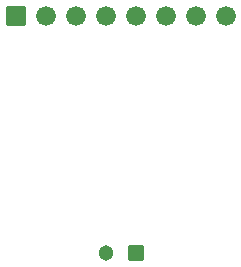
<source format=gbs>
G04 Layer: BottomSolderMaskLayer*
G04 EasyEDA v6.5.23, 2024-02-16 22:38:03*
G04 01767c8133624752a37afa6e83b9fffe,1f8200004d6a4d288ef555d4fcc488ac,10*
G04 Gerber Generator version 0.2*
G04 Scale: 100 percent, Rotated: No, Reflected: No *
G04 Dimensions in millimeters *
G04 leading zeros omitted , absolute positions ,4 integer and 5 decimal *
%FSLAX45Y45*%
%MOMM*%

%AMMACRO1*1,1,$1,$2,$3*1,1,$1,$4,$5*1,1,$1,0-$2,0-$3*1,1,$1,0-$4,0-$5*20,1,$1,$2,$3,$4,$5,0*20,1,$1,$4,$5,0-$2,0-$3,0*20,1,$1,0-$2,0-$3,0-$4,0-$5,0*20,1,$1,0-$4,0-$5,$2,$3,0*4,1,4,$2,$3,$4,$5,0-$2,0-$3,0-$4,0-$5,$2,$3,0*%
%ADD10MACRO1,0.1016X0.6X-0.6X-0.6X-0.6*%
%ADD11C,1.3016*%
%ADD12MACRO1,0.1016X-0.7874X0.7874X0.7874X0.7874*%
%ADD13C,1.6764*%

%LPD*%
D10*
G01*
X127000Y0D03*
D11*
G01*
X-127000Y0D03*
D12*
G01*
X-889000Y2006600D03*
D13*
G01*
X-635000Y2006600D03*
G01*
X-381000Y2006600D03*
G01*
X-127000Y2006600D03*
G01*
X127000Y2006600D03*
G01*
X381000Y2006600D03*
G01*
X635000Y2006600D03*
G01*
X889000Y2006600D03*
M02*

</source>
